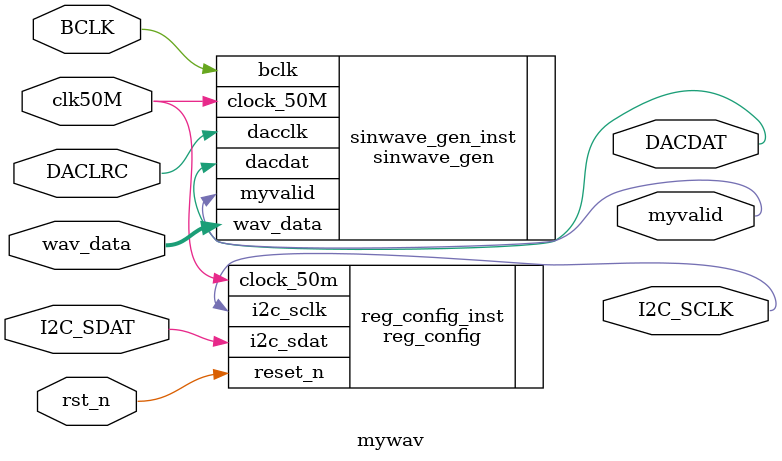
<source format=v>
`timescale 1ns / 1ps
module mywav(
	clk50M,
	rst_n,
	
	wav_data,
	myvalid,
	
	DACLRC,
	BCLK,
	DACDAT,
	
	I2C_SCLK,
	I2C_SDAT
);


input 	clk50M;
input    rst_n;

input [15:0] wav_data;
output myvalid;


input 	DACLRC;
input 	BCLK;
output 	DACDAT;

output 	I2C_SCLK;
inout 	I2C_SDAT;


//配置WM8731的寄存器
reg_config	reg_config_inst(
	.clock_50m(clk50M),
	.reset_n(rst_n),
	.i2c_sdat(I2C_SDAT),
	.i2c_sclk(I2C_SCLK)
	);

//发送音频数据,right justified, 16bits
sinwave_gen sinwave_gen_inst(
	.clock_50M(clk50M),
	.wav_data(wav_data),
	.dacclk(DACLRC),
	.bclk(BCLK),
	.dacdat(DACDAT),
	.myvalid(myvalid)
	);

endmodule

</source>
